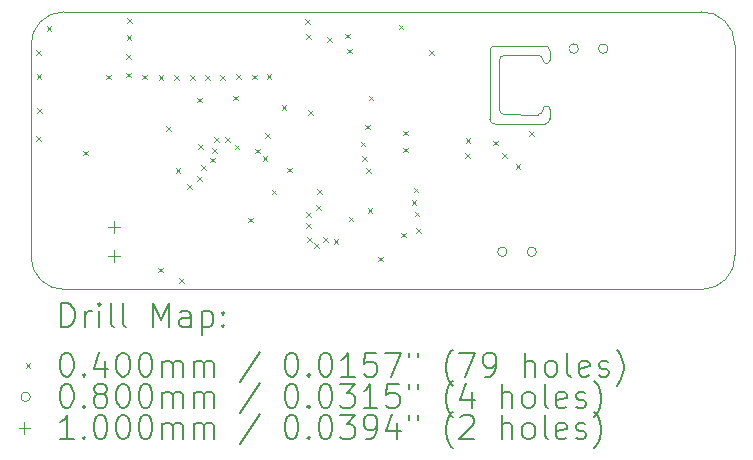
<source format=gbr>
%TF.GenerationSoftware,KiCad,Pcbnew,7.0.7*%
%TF.CreationDate,2023-09-20T12:31:01+02:00*%
%TF.ProjectId,Window_EMP_monitor_59_4x23_5x1.6mm,57696e64-6f77-45f4-954d-505f6d6f6e69,rev?*%
%TF.SameCoordinates,Original*%
%TF.FileFunction,Drillmap*%
%TF.FilePolarity,Positive*%
%FSLAX45Y45*%
G04 Gerber Fmt 4.5, Leading zero omitted, Abs format (unit mm)*
G04 Created by KiCad (PCBNEW 7.0.7) date 2023-09-20 12:31:01*
%MOMM*%
%LPD*%
G01*
G04 APERTURE LIST*
%ADD10C,0.100000*%
%ADD11C,0.200000*%
%ADD12C,0.040000*%
%ADD13C,0.080000*%
G04 APERTURE END LIST*
D10*
X17737897Y-8450667D02*
G75*
G03*
X17696897Y-8493714I-27J-41023D01*
G01*
X14088693Y-8161477D02*
X19482000Y-8161000D01*
X14098621Y-10512315D02*
X19492973Y-10511000D01*
X18204432Y-8490997D02*
X18204476Y-8570997D01*
X13810445Y-10234315D02*
G75*
G03*
X14098621Y-10512315I278185J5D01*
G01*
X17696897Y-8493714D02*
X17695129Y-9070615D01*
X17776396Y-8988655D02*
X17777000Y-8573049D01*
X18203411Y-9066679D02*
X18203872Y-8987654D01*
X17695137Y-9070615D02*
G75*
G03*
X17738177Y-9111614I41043J-6D01*
G01*
X18105445Y-9030703D02*
X17819445Y-9029654D01*
X18204433Y-8490997D02*
G75*
G03*
X18161383Y-8449997I-41033J17D01*
G01*
X18161383Y-8450049D02*
X17737897Y-8450665D01*
X18104000Y-8530049D02*
X17818000Y-8530000D01*
X18147049Y-8570997D02*
G75*
G03*
X18204476Y-8570997I28714J0D01*
G01*
X13810441Y-10234315D02*
X13810693Y-8449657D01*
X17776396Y-8988655D02*
G75*
G03*
X17819445Y-9029654I41034J-16D01*
G01*
X18162411Y-9109729D02*
G75*
G03*
X18203411Y-9066679I-31J41079D01*
G01*
X19770179Y-8439000D02*
G75*
G03*
X19482000Y-8161000I-278189J-10D01*
G01*
X18203872Y-8987654D02*
G75*
G03*
X18146445Y-8987654I-28714J2D01*
G01*
X19770973Y-10222820D02*
X19770180Y-8439000D01*
X19492973Y-10511002D02*
G75*
G03*
X19770972Y-10222820I-3J278182D01*
G01*
X18147052Y-8570997D02*
G75*
G03*
X18104000Y-8529997I-41052J-3D01*
G01*
X18105445Y-9030704D02*
G75*
G03*
X18146445Y-8987654I5J41044D01*
G01*
X14088693Y-8161473D02*
G75*
G03*
X13810694Y-8449657I-23J-278157D01*
G01*
X17738177Y-9111614D02*
X18162411Y-9109727D01*
X17818000Y-8530001D02*
G75*
G03*
X17777000Y-8573049I-10J-41039D01*
G01*
D11*
D12*
X13854000Y-8483000D02*
X13894000Y-8523000D01*
X13894000Y-8483000D02*
X13854000Y-8523000D01*
X13854000Y-9214000D02*
X13894000Y-9254000D01*
X13894000Y-9214000D02*
X13854000Y-9254000D01*
X13858000Y-8688000D02*
X13898000Y-8728000D01*
X13898000Y-8688000D02*
X13858000Y-8728000D01*
X13861000Y-8974000D02*
X13901000Y-9014000D01*
X13901000Y-8974000D02*
X13861000Y-9014000D01*
X13944000Y-8285000D02*
X13984000Y-8325000D01*
X13984000Y-8285000D02*
X13944000Y-8325000D01*
X14251000Y-9337000D02*
X14291000Y-9377000D01*
X14291000Y-9337000D02*
X14251000Y-9377000D01*
X14450000Y-8694000D02*
X14490000Y-8734000D01*
X14490000Y-8694000D02*
X14450000Y-8734000D01*
X14615000Y-8677000D02*
X14655000Y-8717000D01*
X14655000Y-8677000D02*
X14615000Y-8717000D01*
X14618000Y-8518000D02*
X14658000Y-8558000D01*
X14658000Y-8518000D02*
X14618000Y-8558000D01*
X14620000Y-8358000D02*
X14660000Y-8398000D01*
X14660000Y-8358000D02*
X14620000Y-8398000D01*
X14623000Y-8212000D02*
X14663000Y-8252000D01*
X14663000Y-8212000D02*
X14623000Y-8252000D01*
X14750000Y-8694000D02*
X14790000Y-8734000D01*
X14790000Y-8694000D02*
X14750000Y-8734000D01*
X14885000Y-10327000D02*
X14925000Y-10367000D01*
X14925000Y-10327000D02*
X14885000Y-10367000D01*
X14892000Y-8697000D02*
X14932000Y-8737000D01*
X14932000Y-8697000D02*
X14892000Y-8737000D01*
X14958000Y-9128000D02*
X14998000Y-9168000D01*
X14998000Y-9128000D02*
X14958000Y-9168000D01*
X15024000Y-8697000D02*
X15064000Y-8737000D01*
X15064000Y-8697000D02*
X15024000Y-8737000D01*
X15036000Y-9484000D02*
X15076000Y-9524000D01*
X15076000Y-9484000D02*
X15036000Y-9524000D01*
X15065000Y-10416000D02*
X15105000Y-10456000D01*
X15105000Y-10416000D02*
X15065000Y-10456000D01*
X15132000Y-9623000D02*
X15172000Y-9663000D01*
X15172000Y-9623000D02*
X15132000Y-9663000D01*
X15159000Y-8697000D02*
X15199000Y-8737000D01*
X15199000Y-8697000D02*
X15159000Y-8737000D01*
X15215000Y-9552000D02*
X15255000Y-9592000D01*
X15255000Y-9552000D02*
X15215000Y-9592000D01*
X15217582Y-8887875D02*
X15257582Y-8927875D01*
X15257582Y-8887875D02*
X15217582Y-8927875D01*
X15226300Y-9280000D02*
X15266300Y-9320000D01*
X15266300Y-9280000D02*
X15226300Y-9320000D01*
X15254000Y-9458000D02*
X15294000Y-9498000D01*
X15294000Y-9458000D02*
X15254000Y-9498000D01*
X15288000Y-8699000D02*
X15328000Y-8739000D01*
X15328000Y-8699000D02*
X15288000Y-8739000D01*
X15326000Y-9397000D02*
X15366000Y-9437000D01*
X15366000Y-9397000D02*
X15326000Y-9437000D01*
X15346200Y-9315000D02*
X15386200Y-9355000D01*
X15386200Y-9315000D02*
X15346200Y-9355000D01*
X15359000Y-9221000D02*
X15399000Y-9261000D01*
X15399000Y-9221000D02*
X15359000Y-9261000D01*
X15413000Y-8697000D02*
X15453000Y-8737000D01*
X15453000Y-8697000D02*
X15413000Y-8737000D01*
X15452623Y-9219377D02*
X15492623Y-9259377D01*
X15492623Y-9219377D02*
X15452623Y-9259377D01*
X15520700Y-8870000D02*
X15560700Y-8910000D01*
X15560700Y-8870000D02*
X15520700Y-8910000D01*
X15534000Y-9285000D02*
X15574000Y-9325000D01*
X15574000Y-9285000D02*
X15534000Y-9325000D01*
X15547000Y-8690000D02*
X15587000Y-8730000D01*
X15587000Y-8690000D02*
X15547000Y-8730000D01*
X15649000Y-9904000D02*
X15689000Y-9944000D01*
X15689000Y-9904000D02*
X15649000Y-9944000D01*
X15685000Y-8694000D02*
X15725000Y-8734000D01*
X15725000Y-8694000D02*
X15685000Y-8734000D01*
X15707512Y-9319982D02*
X15747512Y-9359982D01*
X15747512Y-9319982D02*
X15707512Y-9359982D01*
X15771700Y-9385000D02*
X15811700Y-9425000D01*
X15811700Y-9385000D02*
X15771700Y-9425000D01*
X15793000Y-9188000D02*
X15833000Y-9228000D01*
X15833000Y-9188000D02*
X15793000Y-9228000D01*
X15807000Y-8690000D02*
X15847000Y-8730000D01*
X15847000Y-8690000D02*
X15807000Y-8730000D01*
X15849000Y-9667000D02*
X15889000Y-9707000D01*
X15889000Y-9667000D02*
X15849000Y-9707000D01*
X15932000Y-8952000D02*
X15972000Y-8992000D01*
X15972000Y-8952000D02*
X15932000Y-8992000D01*
X15981035Y-9481000D02*
X16021035Y-9521000D01*
X16021035Y-9481000D02*
X15981035Y-9521000D01*
X16135000Y-8222000D02*
X16175000Y-8262000D01*
X16175000Y-8222000D02*
X16135000Y-8262000D01*
X16138000Y-8350000D02*
X16178000Y-8390000D01*
X16178000Y-8350000D02*
X16138000Y-8390000D01*
X16139000Y-9948000D02*
X16179000Y-9988000D01*
X16179000Y-9948000D02*
X16139000Y-9988000D01*
X16143123Y-9855123D02*
X16183123Y-9895123D01*
X16183123Y-9855123D02*
X16143123Y-9895123D01*
X16146000Y-10071000D02*
X16186000Y-10111000D01*
X16186000Y-10071000D02*
X16146000Y-10111000D01*
X16160250Y-8996000D02*
X16200250Y-9036000D01*
X16200250Y-8996000D02*
X16160250Y-9036000D01*
X16208000Y-10122000D02*
X16248000Y-10162000D01*
X16248000Y-10122000D02*
X16208000Y-10162000D01*
X16224000Y-9796000D02*
X16264000Y-9836000D01*
X16264000Y-9796000D02*
X16224000Y-9836000D01*
X16235153Y-9663153D02*
X16275153Y-9703153D01*
X16275153Y-9663153D02*
X16235153Y-9703153D01*
X16285000Y-10070000D02*
X16325000Y-10110000D01*
X16325000Y-10070000D02*
X16285000Y-10110000D01*
X16319000Y-8375000D02*
X16359000Y-8415000D01*
X16359000Y-8375000D02*
X16319000Y-8415000D01*
X16373000Y-10088000D02*
X16413000Y-10128000D01*
X16413000Y-10088000D02*
X16373000Y-10128000D01*
X16469000Y-8346000D02*
X16509000Y-8386000D01*
X16509000Y-8346000D02*
X16469000Y-8386000D01*
X16488000Y-8474000D02*
X16528000Y-8514000D01*
X16528000Y-8474000D02*
X16488000Y-8514000D01*
X16501000Y-9896000D02*
X16541000Y-9936000D01*
X16541000Y-9896000D02*
X16501000Y-9936000D01*
X16603000Y-9260000D02*
X16643000Y-9300000D01*
X16643000Y-9260000D02*
X16603000Y-9300000D01*
X16613000Y-9383000D02*
X16653000Y-9423000D01*
X16653000Y-9383000D02*
X16613000Y-9423000D01*
X16637000Y-9116000D02*
X16677000Y-9156000D01*
X16677000Y-9116000D02*
X16637000Y-9156000D01*
X16650000Y-9486000D02*
X16690000Y-9526000D01*
X16690000Y-9486000D02*
X16650000Y-9526000D01*
X16660000Y-9823000D02*
X16700000Y-9863000D01*
X16700000Y-9823000D02*
X16660000Y-9863000D01*
X16669000Y-8870000D02*
X16709000Y-8910000D01*
X16709000Y-8870000D02*
X16669000Y-8910000D01*
X16750000Y-10233000D02*
X16790000Y-10273000D01*
X16790000Y-10233000D02*
X16750000Y-10273000D01*
X16923000Y-8270000D02*
X16963000Y-8310000D01*
X16963000Y-8270000D02*
X16923000Y-8310000D01*
X16944000Y-10031000D02*
X16984000Y-10071000D01*
X16984000Y-10031000D02*
X16944000Y-10071000D01*
X16962000Y-9311000D02*
X17002000Y-9351000D01*
X17002000Y-9311000D02*
X16962000Y-9351000D01*
X16963000Y-9167000D02*
X17003000Y-9207000D01*
X17003000Y-9167000D02*
X16963000Y-9207000D01*
X17033000Y-9754000D02*
X17073000Y-9794000D01*
X17073000Y-9754000D02*
X17033000Y-9794000D01*
X17051000Y-9649000D02*
X17091000Y-9689000D01*
X17091000Y-9649000D02*
X17051000Y-9689000D01*
X17058000Y-9853550D02*
X17098000Y-9893550D01*
X17098000Y-9853550D02*
X17058000Y-9893550D01*
X17073000Y-9991000D02*
X17113000Y-10031000D01*
X17113000Y-9991000D02*
X17073000Y-10031000D01*
X17180000Y-8483000D02*
X17220000Y-8523000D01*
X17220000Y-8483000D02*
X17180000Y-8523000D01*
X17488000Y-9357000D02*
X17528000Y-9397000D01*
X17528000Y-9357000D02*
X17488000Y-9397000D01*
X17492000Y-9228000D02*
X17532000Y-9268000D01*
X17532000Y-9228000D02*
X17492000Y-9268000D01*
X17721000Y-9252000D02*
X17761000Y-9292000D01*
X17761000Y-9252000D02*
X17721000Y-9292000D01*
X17801000Y-9359000D02*
X17841000Y-9399000D01*
X17841000Y-9359000D02*
X17801000Y-9399000D01*
X17915000Y-9449000D02*
X17955000Y-9489000D01*
X17955000Y-9449000D02*
X17915000Y-9489000D01*
X18027000Y-9172000D02*
X18067000Y-9212000D01*
X18067000Y-9172000D02*
X18027000Y-9212000D01*
D13*
X17841000Y-10193000D02*
G75*
G03*
X17841000Y-10193000I-40000J0D01*
G01*
X18091000Y-10193000D02*
G75*
G03*
X18091000Y-10193000I-40000J0D01*
G01*
X18445579Y-8473000D02*
G75*
G03*
X18445579Y-8473000I-40000J0D01*
G01*
X18695579Y-8473000D02*
G75*
G03*
X18695579Y-8473000I-40000J0D01*
G01*
D10*
X14512250Y-9931000D02*
X14512250Y-10031000D01*
X14462250Y-9981000D02*
X14562250Y-9981000D01*
X14512250Y-10181000D02*
X14512250Y-10281000D01*
X14462250Y-10231000D02*
X14562250Y-10231000D01*
D11*
X14066218Y-10828978D02*
X14066218Y-10628978D01*
X14066218Y-10628978D02*
X14113837Y-10628978D01*
X14113837Y-10628978D02*
X14142409Y-10638502D01*
X14142409Y-10638502D02*
X14161456Y-10657550D01*
X14161456Y-10657550D02*
X14170980Y-10676597D01*
X14170980Y-10676597D02*
X14180504Y-10714693D01*
X14180504Y-10714693D02*
X14180504Y-10743264D01*
X14180504Y-10743264D02*
X14170980Y-10781359D01*
X14170980Y-10781359D02*
X14161456Y-10800407D01*
X14161456Y-10800407D02*
X14142409Y-10819455D01*
X14142409Y-10819455D02*
X14113837Y-10828978D01*
X14113837Y-10828978D02*
X14066218Y-10828978D01*
X14266218Y-10828978D02*
X14266218Y-10695645D01*
X14266218Y-10733740D02*
X14275742Y-10714693D01*
X14275742Y-10714693D02*
X14285266Y-10705169D01*
X14285266Y-10705169D02*
X14304313Y-10695645D01*
X14304313Y-10695645D02*
X14323361Y-10695645D01*
X14390028Y-10828978D02*
X14390028Y-10695645D01*
X14390028Y-10628978D02*
X14380504Y-10638502D01*
X14380504Y-10638502D02*
X14390028Y-10648026D01*
X14390028Y-10648026D02*
X14399552Y-10638502D01*
X14399552Y-10638502D02*
X14390028Y-10628978D01*
X14390028Y-10628978D02*
X14390028Y-10648026D01*
X14513837Y-10828978D02*
X14494790Y-10819455D01*
X14494790Y-10819455D02*
X14485266Y-10800407D01*
X14485266Y-10800407D02*
X14485266Y-10628978D01*
X14618599Y-10828978D02*
X14599552Y-10819455D01*
X14599552Y-10819455D02*
X14590028Y-10800407D01*
X14590028Y-10800407D02*
X14590028Y-10628978D01*
X14847171Y-10828978D02*
X14847171Y-10628978D01*
X14847171Y-10628978D02*
X14913837Y-10771836D01*
X14913837Y-10771836D02*
X14980504Y-10628978D01*
X14980504Y-10628978D02*
X14980504Y-10828978D01*
X15161456Y-10828978D02*
X15161456Y-10724217D01*
X15161456Y-10724217D02*
X15151933Y-10705169D01*
X15151933Y-10705169D02*
X15132885Y-10695645D01*
X15132885Y-10695645D02*
X15094790Y-10695645D01*
X15094790Y-10695645D02*
X15075742Y-10705169D01*
X15161456Y-10819455D02*
X15142409Y-10828978D01*
X15142409Y-10828978D02*
X15094790Y-10828978D01*
X15094790Y-10828978D02*
X15075742Y-10819455D01*
X15075742Y-10819455D02*
X15066218Y-10800407D01*
X15066218Y-10800407D02*
X15066218Y-10781359D01*
X15066218Y-10781359D02*
X15075742Y-10762312D01*
X15075742Y-10762312D02*
X15094790Y-10752788D01*
X15094790Y-10752788D02*
X15142409Y-10752788D01*
X15142409Y-10752788D02*
X15161456Y-10743264D01*
X15256694Y-10695645D02*
X15256694Y-10895645D01*
X15256694Y-10705169D02*
X15275742Y-10695645D01*
X15275742Y-10695645D02*
X15313837Y-10695645D01*
X15313837Y-10695645D02*
X15332885Y-10705169D01*
X15332885Y-10705169D02*
X15342409Y-10714693D01*
X15342409Y-10714693D02*
X15351933Y-10733740D01*
X15351933Y-10733740D02*
X15351933Y-10790883D01*
X15351933Y-10790883D02*
X15342409Y-10809931D01*
X15342409Y-10809931D02*
X15332885Y-10819455D01*
X15332885Y-10819455D02*
X15313837Y-10828978D01*
X15313837Y-10828978D02*
X15275742Y-10828978D01*
X15275742Y-10828978D02*
X15256694Y-10819455D01*
X15437647Y-10809931D02*
X15447171Y-10819455D01*
X15447171Y-10819455D02*
X15437647Y-10828978D01*
X15437647Y-10828978D02*
X15428123Y-10819455D01*
X15428123Y-10819455D02*
X15437647Y-10809931D01*
X15437647Y-10809931D02*
X15437647Y-10828978D01*
X15437647Y-10705169D02*
X15447171Y-10714693D01*
X15447171Y-10714693D02*
X15437647Y-10724217D01*
X15437647Y-10724217D02*
X15428123Y-10714693D01*
X15428123Y-10714693D02*
X15437647Y-10705169D01*
X15437647Y-10705169D02*
X15437647Y-10724217D01*
D12*
X13765441Y-11137495D02*
X13805441Y-11177495D01*
X13805441Y-11137495D02*
X13765441Y-11177495D01*
D11*
X14104313Y-11048978D02*
X14123361Y-11048978D01*
X14123361Y-11048978D02*
X14142409Y-11058502D01*
X14142409Y-11058502D02*
X14151933Y-11068026D01*
X14151933Y-11068026D02*
X14161456Y-11087074D01*
X14161456Y-11087074D02*
X14170980Y-11125169D01*
X14170980Y-11125169D02*
X14170980Y-11172788D01*
X14170980Y-11172788D02*
X14161456Y-11210883D01*
X14161456Y-11210883D02*
X14151933Y-11229931D01*
X14151933Y-11229931D02*
X14142409Y-11239455D01*
X14142409Y-11239455D02*
X14123361Y-11248978D01*
X14123361Y-11248978D02*
X14104313Y-11248978D01*
X14104313Y-11248978D02*
X14085266Y-11239455D01*
X14085266Y-11239455D02*
X14075742Y-11229931D01*
X14075742Y-11229931D02*
X14066218Y-11210883D01*
X14066218Y-11210883D02*
X14056694Y-11172788D01*
X14056694Y-11172788D02*
X14056694Y-11125169D01*
X14056694Y-11125169D02*
X14066218Y-11087074D01*
X14066218Y-11087074D02*
X14075742Y-11068026D01*
X14075742Y-11068026D02*
X14085266Y-11058502D01*
X14085266Y-11058502D02*
X14104313Y-11048978D01*
X14256694Y-11229931D02*
X14266218Y-11239455D01*
X14266218Y-11239455D02*
X14256694Y-11248978D01*
X14256694Y-11248978D02*
X14247171Y-11239455D01*
X14247171Y-11239455D02*
X14256694Y-11229931D01*
X14256694Y-11229931D02*
X14256694Y-11248978D01*
X14437647Y-11115645D02*
X14437647Y-11248978D01*
X14390028Y-11039455D02*
X14342409Y-11182312D01*
X14342409Y-11182312D02*
X14466218Y-11182312D01*
X14580504Y-11048978D02*
X14599552Y-11048978D01*
X14599552Y-11048978D02*
X14618599Y-11058502D01*
X14618599Y-11058502D02*
X14628123Y-11068026D01*
X14628123Y-11068026D02*
X14637647Y-11087074D01*
X14637647Y-11087074D02*
X14647171Y-11125169D01*
X14647171Y-11125169D02*
X14647171Y-11172788D01*
X14647171Y-11172788D02*
X14637647Y-11210883D01*
X14637647Y-11210883D02*
X14628123Y-11229931D01*
X14628123Y-11229931D02*
X14618599Y-11239455D01*
X14618599Y-11239455D02*
X14599552Y-11248978D01*
X14599552Y-11248978D02*
X14580504Y-11248978D01*
X14580504Y-11248978D02*
X14561456Y-11239455D01*
X14561456Y-11239455D02*
X14551933Y-11229931D01*
X14551933Y-11229931D02*
X14542409Y-11210883D01*
X14542409Y-11210883D02*
X14532885Y-11172788D01*
X14532885Y-11172788D02*
X14532885Y-11125169D01*
X14532885Y-11125169D02*
X14542409Y-11087074D01*
X14542409Y-11087074D02*
X14551933Y-11068026D01*
X14551933Y-11068026D02*
X14561456Y-11058502D01*
X14561456Y-11058502D02*
X14580504Y-11048978D01*
X14770980Y-11048978D02*
X14790028Y-11048978D01*
X14790028Y-11048978D02*
X14809075Y-11058502D01*
X14809075Y-11058502D02*
X14818599Y-11068026D01*
X14818599Y-11068026D02*
X14828123Y-11087074D01*
X14828123Y-11087074D02*
X14837647Y-11125169D01*
X14837647Y-11125169D02*
X14837647Y-11172788D01*
X14837647Y-11172788D02*
X14828123Y-11210883D01*
X14828123Y-11210883D02*
X14818599Y-11229931D01*
X14818599Y-11229931D02*
X14809075Y-11239455D01*
X14809075Y-11239455D02*
X14790028Y-11248978D01*
X14790028Y-11248978D02*
X14770980Y-11248978D01*
X14770980Y-11248978D02*
X14751933Y-11239455D01*
X14751933Y-11239455D02*
X14742409Y-11229931D01*
X14742409Y-11229931D02*
X14732885Y-11210883D01*
X14732885Y-11210883D02*
X14723361Y-11172788D01*
X14723361Y-11172788D02*
X14723361Y-11125169D01*
X14723361Y-11125169D02*
X14732885Y-11087074D01*
X14732885Y-11087074D02*
X14742409Y-11068026D01*
X14742409Y-11068026D02*
X14751933Y-11058502D01*
X14751933Y-11058502D02*
X14770980Y-11048978D01*
X14923361Y-11248978D02*
X14923361Y-11115645D01*
X14923361Y-11134693D02*
X14932885Y-11125169D01*
X14932885Y-11125169D02*
X14951933Y-11115645D01*
X14951933Y-11115645D02*
X14980504Y-11115645D01*
X14980504Y-11115645D02*
X14999552Y-11125169D01*
X14999552Y-11125169D02*
X15009075Y-11144217D01*
X15009075Y-11144217D02*
X15009075Y-11248978D01*
X15009075Y-11144217D02*
X15018599Y-11125169D01*
X15018599Y-11125169D02*
X15037647Y-11115645D01*
X15037647Y-11115645D02*
X15066218Y-11115645D01*
X15066218Y-11115645D02*
X15085266Y-11125169D01*
X15085266Y-11125169D02*
X15094790Y-11144217D01*
X15094790Y-11144217D02*
X15094790Y-11248978D01*
X15190028Y-11248978D02*
X15190028Y-11115645D01*
X15190028Y-11134693D02*
X15199552Y-11125169D01*
X15199552Y-11125169D02*
X15218599Y-11115645D01*
X15218599Y-11115645D02*
X15247171Y-11115645D01*
X15247171Y-11115645D02*
X15266218Y-11125169D01*
X15266218Y-11125169D02*
X15275742Y-11144217D01*
X15275742Y-11144217D02*
X15275742Y-11248978D01*
X15275742Y-11144217D02*
X15285266Y-11125169D01*
X15285266Y-11125169D02*
X15304314Y-11115645D01*
X15304314Y-11115645D02*
X15332885Y-11115645D01*
X15332885Y-11115645D02*
X15351933Y-11125169D01*
X15351933Y-11125169D02*
X15361456Y-11144217D01*
X15361456Y-11144217D02*
X15361456Y-11248978D01*
X15751933Y-11039455D02*
X15580504Y-11296597D01*
X16009076Y-11048978D02*
X16028123Y-11048978D01*
X16028123Y-11048978D02*
X16047171Y-11058502D01*
X16047171Y-11058502D02*
X16056695Y-11068026D01*
X16056695Y-11068026D02*
X16066218Y-11087074D01*
X16066218Y-11087074D02*
X16075742Y-11125169D01*
X16075742Y-11125169D02*
X16075742Y-11172788D01*
X16075742Y-11172788D02*
X16066218Y-11210883D01*
X16066218Y-11210883D02*
X16056695Y-11229931D01*
X16056695Y-11229931D02*
X16047171Y-11239455D01*
X16047171Y-11239455D02*
X16028123Y-11248978D01*
X16028123Y-11248978D02*
X16009076Y-11248978D01*
X16009076Y-11248978D02*
X15990028Y-11239455D01*
X15990028Y-11239455D02*
X15980504Y-11229931D01*
X15980504Y-11229931D02*
X15970980Y-11210883D01*
X15970980Y-11210883D02*
X15961457Y-11172788D01*
X15961457Y-11172788D02*
X15961457Y-11125169D01*
X15961457Y-11125169D02*
X15970980Y-11087074D01*
X15970980Y-11087074D02*
X15980504Y-11068026D01*
X15980504Y-11068026D02*
X15990028Y-11058502D01*
X15990028Y-11058502D02*
X16009076Y-11048978D01*
X16161457Y-11229931D02*
X16170980Y-11239455D01*
X16170980Y-11239455D02*
X16161457Y-11248978D01*
X16161457Y-11248978D02*
X16151933Y-11239455D01*
X16151933Y-11239455D02*
X16161457Y-11229931D01*
X16161457Y-11229931D02*
X16161457Y-11248978D01*
X16294790Y-11048978D02*
X16313838Y-11048978D01*
X16313838Y-11048978D02*
X16332885Y-11058502D01*
X16332885Y-11058502D02*
X16342409Y-11068026D01*
X16342409Y-11068026D02*
X16351933Y-11087074D01*
X16351933Y-11087074D02*
X16361457Y-11125169D01*
X16361457Y-11125169D02*
X16361457Y-11172788D01*
X16361457Y-11172788D02*
X16351933Y-11210883D01*
X16351933Y-11210883D02*
X16342409Y-11229931D01*
X16342409Y-11229931D02*
X16332885Y-11239455D01*
X16332885Y-11239455D02*
X16313838Y-11248978D01*
X16313838Y-11248978D02*
X16294790Y-11248978D01*
X16294790Y-11248978D02*
X16275742Y-11239455D01*
X16275742Y-11239455D02*
X16266218Y-11229931D01*
X16266218Y-11229931D02*
X16256695Y-11210883D01*
X16256695Y-11210883D02*
X16247171Y-11172788D01*
X16247171Y-11172788D02*
X16247171Y-11125169D01*
X16247171Y-11125169D02*
X16256695Y-11087074D01*
X16256695Y-11087074D02*
X16266218Y-11068026D01*
X16266218Y-11068026D02*
X16275742Y-11058502D01*
X16275742Y-11058502D02*
X16294790Y-11048978D01*
X16551933Y-11248978D02*
X16437647Y-11248978D01*
X16494790Y-11248978D02*
X16494790Y-11048978D01*
X16494790Y-11048978D02*
X16475742Y-11077550D01*
X16475742Y-11077550D02*
X16456695Y-11096597D01*
X16456695Y-11096597D02*
X16437647Y-11106121D01*
X16732885Y-11048978D02*
X16637647Y-11048978D01*
X16637647Y-11048978D02*
X16628123Y-11144217D01*
X16628123Y-11144217D02*
X16637647Y-11134693D01*
X16637647Y-11134693D02*
X16656695Y-11125169D01*
X16656695Y-11125169D02*
X16704314Y-11125169D01*
X16704314Y-11125169D02*
X16723361Y-11134693D01*
X16723361Y-11134693D02*
X16732885Y-11144217D01*
X16732885Y-11144217D02*
X16742409Y-11163264D01*
X16742409Y-11163264D02*
X16742409Y-11210883D01*
X16742409Y-11210883D02*
X16732885Y-11229931D01*
X16732885Y-11229931D02*
X16723361Y-11239455D01*
X16723361Y-11239455D02*
X16704314Y-11248978D01*
X16704314Y-11248978D02*
X16656695Y-11248978D01*
X16656695Y-11248978D02*
X16637647Y-11239455D01*
X16637647Y-11239455D02*
X16628123Y-11229931D01*
X16809076Y-11048978D02*
X16942409Y-11048978D01*
X16942409Y-11048978D02*
X16856695Y-11248978D01*
X17009076Y-11048978D02*
X17009076Y-11087074D01*
X17085266Y-11048978D02*
X17085266Y-11087074D01*
X17380504Y-11325169D02*
X17370981Y-11315645D01*
X17370981Y-11315645D02*
X17351933Y-11287074D01*
X17351933Y-11287074D02*
X17342409Y-11268026D01*
X17342409Y-11268026D02*
X17332885Y-11239455D01*
X17332885Y-11239455D02*
X17323362Y-11191835D01*
X17323362Y-11191835D02*
X17323362Y-11153740D01*
X17323362Y-11153740D02*
X17332885Y-11106121D01*
X17332885Y-11106121D02*
X17342409Y-11077550D01*
X17342409Y-11077550D02*
X17351933Y-11058502D01*
X17351933Y-11058502D02*
X17370981Y-11029931D01*
X17370981Y-11029931D02*
X17380504Y-11020407D01*
X17437647Y-11048978D02*
X17570981Y-11048978D01*
X17570981Y-11048978D02*
X17485266Y-11248978D01*
X17656695Y-11248978D02*
X17694790Y-11248978D01*
X17694790Y-11248978D02*
X17713838Y-11239455D01*
X17713838Y-11239455D02*
X17723362Y-11229931D01*
X17723362Y-11229931D02*
X17742409Y-11201359D01*
X17742409Y-11201359D02*
X17751933Y-11163264D01*
X17751933Y-11163264D02*
X17751933Y-11087074D01*
X17751933Y-11087074D02*
X17742409Y-11068026D01*
X17742409Y-11068026D02*
X17732885Y-11058502D01*
X17732885Y-11058502D02*
X17713838Y-11048978D01*
X17713838Y-11048978D02*
X17675742Y-11048978D01*
X17675742Y-11048978D02*
X17656695Y-11058502D01*
X17656695Y-11058502D02*
X17647171Y-11068026D01*
X17647171Y-11068026D02*
X17637647Y-11087074D01*
X17637647Y-11087074D02*
X17637647Y-11134693D01*
X17637647Y-11134693D02*
X17647171Y-11153740D01*
X17647171Y-11153740D02*
X17656695Y-11163264D01*
X17656695Y-11163264D02*
X17675742Y-11172788D01*
X17675742Y-11172788D02*
X17713838Y-11172788D01*
X17713838Y-11172788D02*
X17732885Y-11163264D01*
X17732885Y-11163264D02*
X17742409Y-11153740D01*
X17742409Y-11153740D02*
X17751933Y-11134693D01*
X17990028Y-11248978D02*
X17990028Y-11048978D01*
X18075743Y-11248978D02*
X18075743Y-11144217D01*
X18075743Y-11144217D02*
X18066219Y-11125169D01*
X18066219Y-11125169D02*
X18047171Y-11115645D01*
X18047171Y-11115645D02*
X18018600Y-11115645D01*
X18018600Y-11115645D02*
X17999552Y-11125169D01*
X17999552Y-11125169D02*
X17990028Y-11134693D01*
X18199552Y-11248978D02*
X18180504Y-11239455D01*
X18180504Y-11239455D02*
X18170981Y-11229931D01*
X18170981Y-11229931D02*
X18161457Y-11210883D01*
X18161457Y-11210883D02*
X18161457Y-11153740D01*
X18161457Y-11153740D02*
X18170981Y-11134693D01*
X18170981Y-11134693D02*
X18180504Y-11125169D01*
X18180504Y-11125169D02*
X18199552Y-11115645D01*
X18199552Y-11115645D02*
X18228124Y-11115645D01*
X18228124Y-11115645D02*
X18247171Y-11125169D01*
X18247171Y-11125169D02*
X18256695Y-11134693D01*
X18256695Y-11134693D02*
X18266219Y-11153740D01*
X18266219Y-11153740D02*
X18266219Y-11210883D01*
X18266219Y-11210883D02*
X18256695Y-11229931D01*
X18256695Y-11229931D02*
X18247171Y-11239455D01*
X18247171Y-11239455D02*
X18228124Y-11248978D01*
X18228124Y-11248978D02*
X18199552Y-11248978D01*
X18380504Y-11248978D02*
X18361457Y-11239455D01*
X18361457Y-11239455D02*
X18351933Y-11220407D01*
X18351933Y-11220407D02*
X18351933Y-11048978D01*
X18532885Y-11239455D02*
X18513838Y-11248978D01*
X18513838Y-11248978D02*
X18475743Y-11248978D01*
X18475743Y-11248978D02*
X18456695Y-11239455D01*
X18456695Y-11239455D02*
X18447171Y-11220407D01*
X18447171Y-11220407D02*
X18447171Y-11144217D01*
X18447171Y-11144217D02*
X18456695Y-11125169D01*
X18456695Y-11125169D02*
X18475743Y-11115645D01*
X18475743Y-11115645D02*
X18513838Y-11115645D01*
X18513838Y-11115645D02*
X18532885Y-11125169D01*
X18532885Y-11125169D02*
X18542409Y-11144217D01*
X18542409Y-11144217D02*
X18542409Y-11163264D01*
X18542409Y-11163264D02*
X18447171Y-11182312D01*
X18618600Y-11239455D02*
X18637647Y-11248978D01*
X18637647Y-11248978D02*
X18675743Y-11248978D01*
X18675743Y-11248978D02*
X18694790Y-11239455D01*
X18694790Y-11239455D02*
X18704314Y-11220407D01*
X18704314Y-11220407D02*
X18704314Y-11210883D01*
X18704314Y-11210883D02*
X18694790Y-11191835D01*
X18694790Y-11191835D02*
X18675743Y-11182312D01*
X18675743Y-11182312D02*
X18647171Y-11182312D01*
X18647171Y-11182312D02*
X18628124Y-11172788D01*
X18628124Y-11172788D02*
X18618600Y-11153740D01*
X18618600Y-11153740D02*
X18618600Y-11144217D01*
X18618600Y-11144217D02*
X18628124Y-11125169D01*
X18628124Y-11125169D02*
X18647171Y-11115645D01*
X18647171Y-11115645D02*
X18675743Y-11115645D01*
X18675743Y-11115645D02*
X18694790Y-11125169D01*
X18770981Y-11325169D02*
X18780505Y-11315645D01*
X18780505Y-11315645D02*
X18799552Y-11287074D01*
X18799552Y-11287074D02*
X18809076Y-11268026D01*
X18809076Y-11268026D02*
X18818600Y-11239455D01*
X18818600Y-11239455D02*
X18828124Y-11191835D01*
X18828124Y-11191835D02*
X18828124Y-11153740D01*
X18828124Y-11153740D02*
X18818600Y-11106121D01*
X18818600Y-11106121D02*
X18809076Y-11077550D01*
X18809076Y-11077550D02*
X18799552Y-11058502D01*
X18799552Y-11058502D02*
X18780505Y-11029931D01*
X18780505Y-11029931D02*
X18770981Y-11020407D01*
D13*
X13805441Y-11421495D02*
G75*
G03*
X13805441Y-11421495I-40000J0D01*
G01*
D11*
X14104313Y-11312978D02*
X14123361Y-11312978D01*
X14123361Y-11312978D02*
X14142409Y-11322502D01*
X14142409Y-11322502D02*
X14151933Y-11332026D01*
X14151933Y-11332026D02*
X14161456Y-11351074D01*
X14161456Y-11351074D02*
X14170980Y-11389169D01*
X14170980Y-11389169D02*
X14170980Y-11436788D01*
X14170980Y-11436788D02*
X14161456Y-11474883D01*
X14161456Y-11474883D02*
X14151933Y-11493931D01*
X14151933Y-11493931D02*
X14142409Y-11503455D01*
X14142409Y-11503455D02*
X14123361Y-11512978D01*
X14123361Y-11512978D02*
X14104313Y-11512978D01*
X14104313Y-11512978D02*
X14085266Y-11503455D01*
X14085266Y-11503455D02*
X14075742Y-11493931D01*
X14075742Y-11493931D02*
X14066218Y-11474883D01*
X14066218Y-11474883D02*
X14056694Y-11436788D01*
X14056694Y-11436788D02*
X14056694Y-11389169D01*
X14056694Y-11389169D02*
X14066218Y-11351074D01*
X14066218Y-11351074D02*
X14075742Y-11332026D01*
X14075742Y-11332026D02*
X14085266Y-11322502D01*
X14085266Y-11322502D02*
X14104313Y-11312978D01*
X14256694Y-11493931D02*
X14266218Y-11503455D01*
X14266218Y-11503455D02*
X14256694Y-11512978D01*
X14256694Y-11512978D02*
X14247171Y-11503455D01*
X14247171Y-11503455D02*
X14256694Y-11493931D01*
X14256694Y-11493931D02*
X14256694Y-11512978D01*
X14380504Y-11398693D02*
X14361456Y-11389169D01*
X14361456Y-11389169D02*
X14351933Y-11379645D01*
X14351933Y-11379645D02*
X14342409Y-11360597D01*
X14342409Y-11360597D02*
X14342409Y-11351074D01*
X14342409Y-11351074D02*
X14351933Y-11332026D01*
X14351933Y-11332026D02*
X14361456Y-11322502D01*
X14361456Y-11322502D02*
X14380504Y-11312978D01*
X14380504Y-11312978D02*
X14418599Y-11312978D01*
X14418599Y-11312978D02*
X14437647Y-11322502D01*
X14437647Y-11322502D02*
X14447171Y-11332026D01*
X14447171Y-11332026D02*
X14456694Y-11351074D01*
X14456694Y-11351074D02*
X14456694Y-11360597D01*
X14456694Y-11360597D02*
X14447171Y-11379645D01*
X14447171Y-11379645D02*
X14437647Y-11389169D01*
X14437647Y-11389169D02*
X14418599Y-11398693D01*
X14418599Y-11398693D02*
X14380504Y-11398693D01*
X14380504Y-11398693D02*
X14361456Y-11408216D01*
X14361456Y-11408216D02*
X14351933Y-11417740D01*
X14351933Y-11417740D02*
X14342409Y-11436788D01*
X14342409Y-11436788D02*
X14342409Y-11474883D01*
X14342409Y-11474883D02*
X14351933Y-11493931D01*
X14351933Y-11493931D02*
X14361456Y-11503455D01*
X14361456Y-11503455D02*
X14380504Y-11512978D01*
X14380504Y-11512978D02*
X14418599Y-11512978D01*
X14418599Y-11512978D02*
X14437647Y-11503455D01*
X14437647Y-11503455D02*
X14447171Y-11493931D01*
X14447171Y-11493931D02*
X14456694Y-11474883D01*
X14456694Y-11474883D02*
X14456694Y-11436788D01*
X14456694Y-11436788D02*
X14447171Y-11417740D01*
X14447171Y-11417740D02*
X14437647Y-11408216D01*
X14437647Y-11408216D02*
X14418599Y-11398693D01*
X14580504Y-11312978D02*
X14599552Y-11312978D01*
X14599552Y-11312978D02*
X14618599Y-11322502D01*
X14618599Y-11322502D02*
X14628123Y-11332026D01*
X14628123Y-11332026D02*
X14637647Y-11351074D01*
X14637647Y-11351074D02*
X14647171Y-11389169D01*
X14647171Y-11389169D02*
X14647171Y-11436788D01*
X14647171Y-11436788D02*
X14637647Y-11474883D01*
X14637647Y-11474883D02*
X14628123Y-11493931D01*
X14628123Y-11493931D02*
X14618599Y-11503455D01*
X14618599Y-11503455D02*
X14599552Y-11512978D01*
X14599552Y-11512978D02*
X14580504Y-11512978D01*
X14580504Y-11512978D02*
X14561456Y-11503455D01*
X14561456Y-11503455D02*
X14551933Y-11493931D01*
X14551933Y-11493931D02*
X14542409Y-11474883D01*
X14542409Y-11474883D02*
X14532885Y-11436788D01*
X14532885Y-11436788D02*
X14532885Y-11389169D01*
X14532885Y-11389169D02*
X14542409Y-11351074D01*
X14542409Y-11351074D02*
X14551933Y-11332026D01*
X14551933Y-11332026D02*
X14561456Y-11322502D01*
X14561456Y-11322502D02*
X14580504Y-11312978D01*
X14770980Y-11312978D02*
X14790028Y-11312978D01*
X14790028Y-11312978D02*
X14809075Y-11322502D01*
X14809075Y-11322502D02*
X14818599Y-11332026D01*
X14818599Y-11332026D02*
X14828123Y-11351074D01*
X14828123Y-11351074D02*
X14837647Y-11389169D01*
X14837647Y-11389169D02*
X14837647Y-11436788D01*
X14837647Y-11436788D02*
X14828123Y-11474883D01*
X14828123Y-11474883D02*
X14818599Y-11493931D01*
X14818599Y-11493931D02*
X14809075Y-11503455D01*
X14809075Y-11503455D02*
X14790028Y-11512978D01*
X14790028Y-11512978D02*
X14770980Y-11512978D01*
X14770980Y-11512978D02*
X14751933Y-11503455D01*
X14751933Y-11503455D02*
X14742409Y-11493931D01*
X14742409Y-11493931D02*
X14732885Y-11474883D01*
X14732885Y-11474883D02*
X14723361Y-11436788D01*
X14723361Y-11436788D02*
X14723361Y-11389169D01*
X14723361Y-11389169D02*
X14732885Y-11351074D01*
X14732885Y-11351074D02*
X14742409Y-11332026D01*
X14742409Y-11332026D02*
X14751933Y-11322502D01*
X14751933Y-11322502D02*
X14770980Y-11312978D01*
X14923361Y-11512978D02*
X14923361Y-11379645D01*
X14923361Y-11398693D02*
X14932885Y-11389169D01*
X14932885Y-11389169D02*
X14951933Y-11379645D01*
X14951933Y-11379645D02*
X14980504Y-11379645D01*
X14980504Y-11379645D02*
X14999552Y-11389169D01*
X14999552Y-11389169D02*
X15009075Y-11408216D01*
X15009075Y-11408216D02*
X15009075Y-11512978D01*
X15009075Y-11408216D02*
X15018599Y-11389169D01*
X15018599Y-11389169D02*
X15037647Y-11379645D01*
X15037647Y-11379645D02*
X15066218Y-11379645D01*
X15066218Y-11379645D02*
X15085266Y-11389169D01*
X15085266Y-11389169D02*
X15094790Y-11408216D01*
X15094790Y-11408216D02*
X15094790Y-11512978D01*
X15190028Y-11512978D02*
X15190028Y-11379645D01*
X15190028Y-11398693D02*
X15199552Y-11389169D01*
X15199552Y-11389169D02*
X15218599Y-11379645D01*
X15218599Y-11379645D02*
X15247171Y-11379645D01*
X15247171Y-11379645D02*
X15266218Y-11389169D01*
X15266218Y-11389169D02*
X15275742Y-11408216D01*
X15275742Y-11408216D02*
X15275742Y-11512978D01*
X15275742Y-11408216D02*
X15285266Y-11389169D01*
X15285266Y-11389169D02*
X15304314Y-11379645D01*
X15304314Y-11379645D02*
X15332885Y-11379645D01*
X15332885Y-11379645D02*
X15351933Y-11389169D01*
X15351933Y-11389169D02*
X15361456Y-11408216D01*
X15361456Y-11408216D02*
X15361456Y-11512978D01*
X15751933Y-11303455D02*
X15580504Y-11560597D01*
X16009076Y-11312978D02*
X16028123Y-11312978D01*
X16028123Y-11312978D02*
X16047171Y-11322502D01*
X16047171Y-11322502D02*
X16056695Y-11332026D01*
X16056695Y-11332026D02*
X16066218Y-11351074D01*
X16066218Y-11351074D02*
X16075742Y-11389169D01*
X16075742Y-11389169D02*
X16075742Y-11436788D01*
X16075742Y-11436788D02*
X16066218Y-11474883D01*
X16066218Y-11474883D02*
X16056695Y-11493931D01*
X16056695Y-11493931D02*
X16047171Y-11503455D01*
X16047171Y-11503455D02*
X16028123Y-11512978D01*
X16028123Y-11512978D02*
X16009076Y-11512978D01*
X16009076Y-11512978D02*
X15990028Y-11503455D01*
X15990028Y-11503455D02*
X15980504Y-11493931D01*
X15980504Y-11493931D02*
X15970980Y-11474883D01*
X15970980Y-11474883D02*
X15961457Y-11436788D01*
X15961457Y-11436788D02*
X15961457Y-11389169D01*
X15961457Y-11389169D02*
X15970980Y-11351074D01*
X15970980Y-11351074D02*
X15980504Y-11332026D01*
X15980504Y-11332026D02*
X15990028Y-11322502D01*
X15990028Y-11322502D02*
X16009076Y-11312978D01*
X16161457Y-11493931D02*
X16170980Y-11503455D01*
X16170980Y-11503455D02*
X16161457Y-11512978D01*
X16161457Y-11512978D02*
X16151933Y-11503455D01*
X16151933Y-11503455D02*
X16161457Y-11493931D01*
X16161457Y-11493931D02*
X16161457Y-11512978D01*
X16294790Y-11312978D02*
X16313838Y-11312978D01*
X16313838Y-11312978D02*
X16332885Y-11322502D01*
X16332885Y-11322502D02*
X16342409Y-11332026D01*
X16342409Y-11332026D02*
X16351933Y-11351074D01*
X16351933Y-11351074D02*
X16361457Y-11389169D01*
X16361457Y-11389169D02*
X16361457Y-11436788D01*
X16361457Y-11436788D02*
X16351933Y-11474883D01*
X16351933Y-11474883D02*
X16342409Y-11493931D01*
X16342409Y-11493931D02*
X16332885Y-11503455D01*
X16332885Y-11503455D02*
X16313838Y-11512978D01*
X16313838Y-11512978D02*
X16294790Y-11512978D01*
X16294790Y-11512978D02*
X16275742Y-11503455D01*
X16275742Y-11503455D02*
X16266218Y-11493931D01*
X16266218Y-11493931D02*
X16256695Y-11474883D01*
X16256695Y-11474883D02*
X16247171Y-11436788D01*
X16247171Y-11436788D02*
X16247171Y-11389169D01*
X16247171Y-11389169D02*
X16256695Y-11351074D01*
X16256695Y-11351074D02*
X16266218Y-11332026D01*
X16266218Y-11332026D02*
X16275742Y-11322502D01*
X16275742Y-11322502D02*
X16294790Y-11312978D01*
X16428123Y-11312978D02*
X16551933Y-11312978D01*
X16551933Y-11312978D02*
X16485266Y-11389169D01*
X16485266Y-11389169D02*
X16513838Y-11389169D01*
X16513838Y-11389169D02*
X16532885Y-11398693D01*
X16532885Y-11398693D02*
X16542409Y-11408216D01*
X16542409Y-11408216D02*
X16551933Y-11427264D01*
X16551933Y-11427264D02*
X16551933Y-11474883D01*
X16551933Y-11474883D02*
X16542409Y-11493931D01*
X16542409Y-11493931D02*
X16532885Y-11503455D01*
X16532885Y-11503455D02*
X16513838Y-11512978D01*
X16513838Y-11512978D02*
X16456695Y-11512978D01*
X16456695Y-11512978D02*
X16437647Y-11503455D01*
X16437647Y-11503455D02*
X16428123Y-11493931D01*
X16742409Y-11512978D02*
X16628123Y-11512978D01*
X16685266Y-11512978D02*
X16685266Y-11312978D01*
X16685266Y-11312978D02*
X16666218Y-11341550D01*
X16666218Y-11341550D02*
X16647171Y-11360597D01*
X16647171Y-11360597D02*
X16628123Y-11370121D01*
X16923361Y-11312978D02*
X16828123Y-11312978D01*
X16828123Y-11312978D02*
X16818600Y-11408216D01*
X16818600Y-11408216D02*
X16828123Y-11398693D01*
X16828123Y-11398693D02*
X16847171Y-11389169D01*
X16847171Y-11389169D02*
X16894790Y-11389169D01*
X16894790Y-11389169D02*
X16913838Y-11398693D01*
X16913838Y-11398693D02*
X16923361Y-11408216D01*
X16923361Y-11408216D02*
X16932885Y-11427264D01*
X16932885Y-11427264D02*
X16932885Y-11474883D01*
X16932885Y-11474883D02*
X16923361Y-11493931D01*
X16923361Y-11493931D02*
X16913838Y-11503455D01*
X16913838Y-11503455D02*
X16894790Y-11512978D01*
X16894790Y-11512978D02*
X16847171Y-11512978D01*
X16847171Y-11512978D02*
X16828123Y-11503455D01*
X16828123Y-11503455D02*
X16818600Y-11493931D01*
X17009076Y-11312978D02*
X17009076Y-11351074D01*
X17085266Y-11312978D02*
X17085266Y-11351074D01*
X17380504Y-11589169D02*
X17370981Y-11579645D01*
X17370981Y-11579645D02*
X17351933Y-11551074D01*
X17351933Y-11551074D02*
X17342409Y-11532026D01*
X17342409Y-11532026D02*
X17332885Y-11503455D01*
X17332885Y-11503455D02*
X17323362Y-11455835D01*
X17323362Y-11455835D02*
X17323362Y-11417740D01*
X17323362Y-11417740D02*
X17332885Y-11370121D01*
X17332885Y-11370121D02*
X17342409Y-11341550D01*
X17342409Y-11341550D02*
X17351933Y-11322502D01*
X17351933Y-11322502D02*
X17370981Y-11293931D01*
X17370981Y-11293931D02*
X17380504Y-11284407D01*
X17542409Y-11379645D02*
X17542409Y-11512978D01*
X17494790Y-11303455D02*
X17447171Y-11446312D01*
X17447171Y-11446312D02*
X17570981Y-11446312D01*
X17799552Y-11512978D02*
X17799552Y-11312978D01*
X17885266Y-11512978D02*
X17885266Y-11408216D01*
X17885266Y-11408216D02*
X17875743Y-11389169D01*
X17875743Y-11389169D02*
X17856695Y-11379645D01*
X17856695Y-11379645D02*
X17828123Y-11379645D01*
X17828123Y-11379645D02*
X17809076Y-11389169D01*
X17809076Y-11389169D02*
X17799552Y-11398693D01*
X18009076Y-11512978D02*
X17990028Y-11503455D01*
X17990028Y-11503455D02*
X17980504Y-11493931D01*
X17980504Y-11493931D02*
X17970981Y-11474883D01*
X17970981Y-11474883D02*
X17970981Y-11417740D01*
X17970981Y-11417740D02*
X17980504Y-11398693D01*
X17980504Y-11398693D02*
X17990028Y-11389169D01*
X17990028Y-11389169D02*
X18009076Y-11379645D01*
X18009076Y-11379645D02*
X18037647Y-11379645D01*
X18037647Y-11379645D02*
X18056695Y-11389169D01*
X18056695Y-11389169D02*
X18066219Y-11398693D01*
X18066219Y-11398693D02*
X18075743Y-11417740D01*
X18075743Y-11417740D02*
X18075743Y-11474883D01*
X18075743Y-11474883D02*
X18066219Y-11493931D01*
X18066219Y-11493931D02*
X18056695Y-11503455D01*
X18056695Y-11503455D02*
X18037647Y-11512978D01*
X18037647Y-11512978D02*
X18009076Y-11512978D01*
X18190028Y-11512978D02*
X18170981Y-11503455D01*
X18170981Y-11503455D02*
X18161457Y-11484407D01*
X18161457Y-11484407D02*
X18161457Y-11312978D01*
X18342409Y-11503455D02*
X18323362Y-11512978D01*
X18323362Y-11512978D02*
X18285266Y-11512978D01*
X18285266Y-11512978D02*
X18266219Y-11503455D01*
X18266219Y-11503455D02*
X18256695Y-11484407D01*
X18256695Y-11484407D02*
X18256695Y-11408216D01*
X18256695Y-11408216D02*
X18266219Y-11389169D01*
X18266219Y-11389169D02*
X18285266Y-11379645D01*
X18285266Y-11379645D02*
X18323362Y-11379645D01*
X18323362Y-11379645D02*
X18342409Y-11389169D01*
X18342409Y-11389169D02*
X18351933Y-11408216D01*
X18351933Y-11408216D02*
X18351933Y-11427264D01*
X18351933Y-11427264D02*
X18256695Y-11446312D01*
X18428124Y-11503455D02*
X18447171Y-11512978D01*
X18447171Y-11512978D02*
X18485266Y-11512978D01*
X18485266Y-11512978D02*
X18504314Y-11503455D01*
X18504314Y-11503455D02*
X18513838Y-11484407D01*
X18513838Y-11484407D02*
X18513838Y-11474883D01*
X18513838Y-11474883D02*
X18504314Y-11455835D01*
X18504314Y-11455835D02*
X18485266Y-11446312D01*
X18485266Y-11446312D02*
X18456695Y-11446312D01*
X18456695Y-11446312D02*
X18437647Y-11436788D01*
X18437647Y-11436788D02*
X18428124Y-11417740D01*
X18428124Y-11417740D02*
X18428124Y-11408216D01*
X18428124Y-11408216D02*
X18437647Y-11389169D01*
X18437647Y-11389169D02*
X18456695Y-11379645D01*
X18456695Y-11379645D02*
X18485266Y-11379645D01*
X18485266Y-11379645D02*
X18504314Y-11389169D01*
X18580505Y-11589169D02*
X18590028Y-11579645D01*
X18590028Y-11579645D02*
X18609076Y-11551074D01*
X18609076Y-11551074D02*
X18618600Y-11532026D01*
X18618600Y-11532026D02*
X18628124Y-11503455D01*
X18628124Y-11503455D02*
X18637647Y-11455835D01*
X18637647Y-11455835D02*
X18637647Y-11417740D01*
X18637647Y-11417740D02*
X18628124Y-11370121D01*
X18628124Y-11370121D02*
X18618600Y-11341550D01*
X18618600Y-11341550D02*
X18609076Y-11322502D01*
X18609076Y-11322502D02*
X18590028Y-11293931D01*
X18590028Y-11293931D02*
X18580505Y-11284407D01*
D10*
X13755441Y-11635495D02*
X13755441Y-11735495D01*
X13705441Y-11685495D02*
X13805441Y-11685495D01*
D11*
X14170980Y-11776978D02*
X14056694Y-11776978D01*
X14113837Y-11776978D02*
X14113837Y-11576978D01*
X14113837Y-11576978D02*
X14094790Y-11605550D01*
X14094790Y-11605550D02*
X14075742Y-11624597D01*
X14075742Y-11624597D02*
X14056694Y-11634121D01*
X14256694Y-11757931D02*
X14266218Y-11767455D01*
X14266218Y-11767455D02*
X14256694Y-11776978D01*
X14256694Y-11776978D02*
X14247171Y-11767455D01*
X14247171Y-11767455D02*
X14256694Y-11757931D01*
X14256694Y-11757931D02*
X14256694Y-11776978D01*
X14390028Y-11576978D02*
X14409075Y-11576978D01*
X14409075Y-11576978D02*
X14428123Y-11586502D01*
X14428123Y-11586502D02*
X14437647Y-11596026D01*
X14437647Y-11596026D02*
X14447171Y-11615074D01*
X14447171Y-11615074D02*
X14456694Y-11653169D01*
X14456694Y-11653169D02*
X14456694Y-11700788D01*
X14456694Y-11700788D02*
X14447171Y-11738883D01*
X14447171Y-11738883D02*
X14437647Y-11757931D01*
X14437647Y-11757931D02*
X14428123Y-11767455D01*
X14428123Y-11767455D02*
X14409075Y-11776978D01*
X14409075Y-11776978D02*
X14390028Y-11776978D01*
X14390028Y-11776978D02*
X14370980Y-11767455D01*
X14370980Y-11767455D02*
X14361456Y-11757931D01*
X14361456Y-11757931D02*
X14351933Y-11738883D01*
X14351933Y-11738883D02*
X14342409Y-11700788D01*
X14342409Y-11700788D02*
X14342409Y-11653169D01*
X14342409Y-11653169D02*
X14351933Y-11615074D01*
X14351933Y-11615074D02*
X14361456Y-11596026D01*
X14361456Y-11596026D02*
X14370980Y-11586502D01*
X14370980Y-11586502D02*
X14390028Y-11576978D01*
X14580504Y-11576978D02*
X14599552Y-11576978D01*
X14599552Y-11576978D02*
X14618599Y-11586502D01*
X14618599Y-11586502D02*
X14628123Y-11596026D01*
X14628123Y-11596026D02*
X14637647Y-11615074D01*
X14637647Y-11615074D02*
X14647171Y-11653169D01*
X14647171Y-11653169D02*
X14647171Y-11700788D01*
X14647171Y-11700788D02*
X14637647Y-11738883D01*
X14637647Y-11738883D02*
X14628123Y-11757931D01*
X14628123Y-11757931D02*
X14618599Y-11767455D01*
X14618599Y-11767455D02*
X14599552Y-11776978D01*
X14599552Y-11776978D02*
X14580504Y-11776978D01*
X14580504Y-11776978D02*
X14561456Y-11767455D01*
X14561456Y-11767455D02*
X14551933Y-11757931D01*
X14551933Y-11757931D02*
X14542409Y-11738883D01*
X14542409Y-11738883D02*
X14532885Y-11700788D01*
X14532885Y-11700788D02*
X14532885Y-11653169D01*
X14532885Y-11653169D02*
X14542409Y-11615074D01*
X14542409Y-11615074D02*
X14551933Y-11596026D01*
X14551933Y-11596026D02*
X14561456Y-11586502D01*
X14561456Y-11586502D02*
X14580504Y-11576978D01*
X14770980Y-11576978D02*
X14790028Y-11576978D01*
X14790028Y-11576978D02*
X14809075Y-11586502D01*
X14809075Y-11586502D02*
X14818599Y-11596026D01*
X14818599Y-11596026D02*
X14828123Y-11615074D01*
X14828123Y-11615074D02*
X14837647Y-11653169D01*
X14837647Y-11653169D02*
X14837647Y-11700788D01*
X14837647Y-11700788D02*
X14828123Y-11738883D01*
X14828123Y-11738883D02*
X14818599Y-11757931D01*
X14818599Y-11757931D02*
X14809075Y-11767455D01*
X14809075Y-11767455D02*
X14790028Y-11776978D01*
X14790028Y-11776978D02*
X14770980Y-11776978D01*
X14770980Y-11776978D02*
X14751933Y-11767455D01*
X14751933Y-11767455D02*
X14742409Y-11757931D01*
X14742409Y-11757931D02*
X14732885Y-11738883D01*
X14732885Y-11738883D02*
X14723361Y-11700788D01*
X14723361Y-11700788D02*
X14723361Y-11653169D01*
X14723361Y-11653169D02*
X14732885Y-11615074D01*
X14732885Y-11615074D02*
X14742409Y-11596026D01*
X14742409Y-11596026D02*
X14751933Y-11586502D01*
X14751933Y-11586502D02*
X14770980Y-11576978D01*
X14923361Y-11776978D02*
X14923361Y-11643645D01*
X14923361Y-11662693D02*
X14932885Y-11653169D01*
X14932885Y-11653169D02*
X14951933Y-11643645D01*
X14951933Y-11643645D02*
X14980504Y-11643645D01*
X14980504Y-11643645D02*
X14999552Y-11653169D01*
X14999552Y-11653169D02*
X15009075Y-11672216D01*
X15009075Y-11672216D02*
X15009075Y-11776978D01*
X15009075Y-11672216D02*
X15018599Y-11653169D01*
X15018599Y-11653169D02*
X15037647Y-11643645D01*
X15037647Y-11643645D02*
X15066218Y-11643645D01*
X15066218Y-11643645D02*
X15085266Y-11653169D01*
X15085266Y-11653169D02*
X15094790Y-11672216D01*
X15094790Y-11672216D02*
X15094790Y-11776978D01*
X15190028Y-11776978D02*
X15190028Y-11643645D01*
X15190028Y-11662693D02*
X15199552Y-11653169D01*
X15199552Y-11653169D02*
X15218599Y-11643645D01*
X15218599Y-11643645D02*
X15247171Y-11643645D01*
X15247171Y-11643645D02*
X15266218Y-11653169D01*
X15266218Y-11653169D02*
X15275742Y-11672216D01*
X15275742Y-11672216D02*
X15275742Y-11776978D01*
X15275742Y-11672216D02*
X15285266Y-11653169D01*
X15285266Y-11653169D02*
X15304314Y-11643645D01*
X15304314Y-11643645D02*
X15332885Y-11643645D01*
X15332885Y-11643645D02*
X15351933Y-11653169D01*
X15351933Y-11653169D02*
X15361456Y-11672216D01*
X15361456Y-11672216D02*
X15361456Y-11776978D01*
X15751933Y-11567455D02*
X15580504Y-11824597D01*
X16009076Y-11576978D02*
X16028123Y-11576978D01*
X16028123Y-11576978D02*
X16047171Y-11586502D01*
X16047171Y-11586502D02*
X16056695Y-11596026D01*
X16056695Y-11596026D02*
X16066218Y-11615074D01*
X16066218Y-11615074D02*
X16075742Y-11653169D01*
X16075742Y-11653169D02*
X16075742Y-11700788D01*
X16075742Y-11700788D02*
X16066218Y-11738883D01*
X16066218Y-11738883D02*
X16056695Y-11757931D01*
X16056695Y-11757931D02*
X16047171Y-11767455D01*
X16047171Y-11767455D02*
X16028123Y-11776978D01*
X16028123Y-11776978D02*
X16009076Y-11776978D01*
X16009076Y-11776978D02*
X15990028Y-11767455D01*
X15990028Y-11767455D02*
X15980504Y-11757931D01*
X15980504Y-11757931D02*
X15970980Y-11738883D01*
X15970980Y-11738883D02*
X15961457Y-11700788D01*
X15961457Y-11700788D02*
X15961457Y-11653169D01*
X15961457Y-11653169D02*
X15970980Y-11615074D01*
X15970980Y-11615074D02*
X15980504Y-11596026D01*
X15980504Y-11596026D02*
X15990028Y-11586502D01*
X15990028Y-11586502D02*
X16009076Y-11576978D01*
X16161457Y-11757931D02*
X16170980Y-11767455D01*
X16170980Y-11767455D02*
X16161457Y-11776978D01*
X16161457Y-11776978D02*
X16151933Y-11767455D01*
X16151933Y-11767455D02*
X16161457Y-11757931D01*
X16161457Y-11757931D02*
X16161457Y-11776978D01*
X16294790Y-11576978D02*
X16313838Y-11576978D01*
X16313838Y-11576978D02*
X16332885Y-11586502D01*
X16332885Y-11586502D02*
X16342409Y-11596026D01*
X16342409Y-11596026D02*
X16351933Y-11615074D01*
X16351933Y-11615074D02*
X16361457Y-11653169D01*
X16361457Y-11653169D02*
X16361457Y-11700788D01*
X16361457Y-11700788D02*
X16351933Y-11738883D01*
X16351933Y-11738883D02*
X16342409Y-11757931D01*
X16342409Y-11757931D02*
X16332885Y-11767455D01*
X16332885Y-11767455D02*
X16313838Y-11776978D01*
X16313838Y-11776978D02*
X16294790Y-11776978D01*
X16294790Y-11776978D02*
X16275742Y-11767455D01*
X16275742Y-11767455D02*
X16266218Y-11757931D01*
X16266218Y-11757931D02*
X16256695Y-11738883D01*
X16256695Y-11738883D02*
X16247171Y-11700788D01*
X16247171Y-11700788D02*
X16247171Y-11653169D01*
X16247171Y-11653169D02*
X16256695Y-11615074D01*
X16256695Y-11615074D02*
X16266218Y-11596026D01*
X16266218Y-11596026D02*
X16275742Y-11586502D01*
X16275742Y-11586502D02*
X16294790Y-11576978D01*
X16428123Y-11576978D02*
X16551933Y-11576978D01*
X16551933Y-11576978D02*
X16485266Y-11653169D01*
X16485266Y-11653169D02*
X16513838Y-11653169D01*
X16513838Y-11653169D02*
X16532885Y-11662693D01*
X16532885Y-11662693D02*
X16542409Y-11672216D01*
X16542409Y-11672216D02*
X16551933Y-11691264D01*
X16551933Y-11691264D02*
X16551933Y-11738883D01*
X16551933Y-11738883D02*
X16542409Y-11757931D01*
X16542409Y-11757931D02*
X16532885Y-11767455D01*
X16532885Y-11767455D02*
X16513838Y-11776978D01*
X16513838Y-11776978D02*
X16456695Y-11776978D01*
X16456695Y-11776978D02*
X16437647Y-11767455D01*
X16437647Y-11767455D02*
X16428123Y-11757931D01*
X16647171Y-11776978D02*
X16685266Y-11776978D01*
X16685266Y-11776978D02*
X16704314Y-11767455D01*
X16704314Y-11767455D02*
X16713838Y-11757931D01*
X16713838Y-11757931D02*
X16732885Y-11729359D01*
X16732885Y-11729359D02*
X16742409Y-11691264D01*
X16742409Y-11691264D02*
X16742409Y-11615074D01*
X16742409Y-11615074D02*
X16732885Y-11596026D01*
X16732885Y-11596026D02*
X16723361Y-11586502D01*
X16723361Y-11586502D02*
X16704314Y-11576978D01*
X16704314Y-11576978D02*
X16666218Y-11576978D01*
X16666218Y-11576978D02*
X16647171Y-11586502D01*
X16647171Y-11586502D02*
X16637647Y-11596026D01*
X16637647Y-11596026D02*
X16628123Y-11615074D01*
X16628123Y-11615074D02*
X16628123Y-11662693D01*
X16628123Y-11662693D02*
X16637647Y-11681740D01*
X16637647Y-11681740D02*
X16647171Y-11691264D01*
X16647171Y-11691264D02*
X16666218Y-11700788D01*
X16666218Y-11700788D02*
X16704314Y-11700788D01*
X16704314Y-11700788D02*
X16723361Y-11691264D01*
X16723361Y-11691264D02*
X16732885Y-11681740D01*
X16732885Y-11681740D02*
X16742409Y-11662693D01*
X16913838Y-11643645D02*
X16913838Y-11776978D01*
X16866219Y-11567455D02*
X16818600Y-11710312D01*
X16818600Y-11710312D02*
X16942409Y-11710312D01*
X17009076Y-11576978D02*
X17009076Y-11615074D01*
X17085266Y-11576978D02*
X17085266Y-11615074D01*
X17380504Y-11853169D02*
X17370981Y-11843645D01*
X17370981Y-11843645D02*
X17351933Y-11815074D01*
X17351933Y-11815074D02*
X17342409Y-11796026D01*
X17342409Y-11796026D02*
X17332885Y-11767455D01*
X17332885Y-11767455D02*
X17323362Y-11719835D01*
X17323362Y-11719835D02*
X17323362Y-11681740D01*
X17323362Y-11681740D02*
X17332885Y-11634121D01*
X17332885Y-11634121D02*
X17342409Y-11605550D01*
X17342409Y-11605550D02*
X17351933Y-11586502D01*
X17351933Y-11586502D02*
X17370981Y-11557931D01*
X17370981Y-11557931D02*
X17380504Y-11548407D01*
X17447171Y-11596026D02*
X17456695Y-11586502D01*
X17456695Y-11586502D02*
X17475742Y-11576978D01*
X17475742Y-11576978D02*
X17523362Y-11576978D01*
X17523362Y-11576978D02*
X17542409Y-11586502D01*
X17542409Y-11586502D02*
X17551933Y-11596026D01*
X17551933Y-11596026D02*
X17561457Y-11615074D01*
X17561457Y-11615074D02*
X17561457Y-11634121D01*
X17561457Y-11634121D02*
X17551933Y-11662693D01*
X17551933Y-11662693D02*
X17437647Y-11776978D01*
X17437647Y-11776978D02*
X17561457Y-11776978D01*
X17799552Y-11776978D02*
X17799552Y-11576978D01*
X17885266Y-11776978D02*
X17885266Y-11672216D01*
X17885266Y-11672216D02*
X17875743Y-11653169D01*
X17875743Y-11653169D02*
X17856695Y-11643645D01*
X17856695Y-11643645D02*
X17828123Y-11643645D01*
X17828123Y-11643645D02*
X17809076Y-11653169D01*
X17809076Y-11653169D02*
X17799552Y-11662693D01*
X18009076Y-11776978D02*
X17990028Y-11767455D01*
X17990028Y-11767455D02*
X17980504Y-11757931D01*
X17980504Y-11757931D02*
X17970981Y-11738883D01*
X17970981Y-11738883D02*
X17970981Y-11681740D01*
X17970981Y-11681740D02*
X17980504Y-11662693D01*
X17980504Y-11662693D02*
X17990028Y-11653169D01*
X17990028Y-11653169D02*
X18009076Y-11643645D01*
X18009076Y-11643645D02*
X18037647Y-11643645D01*
X18037647Y-11643645D02*
X18056695Y-11653169D01*
X18056695Y-11653169D02*
X18066219Y-11662693D01*
X18066219Y-11662693D02*
X18075743Y-11681740D01*
X18075743Y-11681740D02*
X18075743Y-11738883D01*
X18075743Y-11738883D02*
X18066219Y-11757931D01*
X18066219Y-11757931D02*
X18056695Y-11767455D01*
X18056695Y-11767455D02*
X18037647Y-11776978D01*
X18037647Y-11776978D02*
X18009076Y-11776978D01*
X18190028Y-11776978D02*
X18170981Y-11767455D01*
X18170981Y-11767455D02*
X18161457Y-11748407D01*
X18161457Y-11748407D02*
X18161457Y-11576978D01*
X18342409Y-11767455D02*
X18323362Y-11776978D01*
X18323362Y-11776978D02*
X18285266Y-11776978D01*
X18285266Y-11776978D02*
X18266219Y-11767455D01*
X18266219Y-11767455D02*
X18256695Y-11748407D01*
X18256695Y-11748407D02*
X18256695Y-11672216D01*
X18256695Y-11672216D02*
X18266219Y-11653169D01*
X18266219Y-11653169D02*
X18285266Y-11643645D01*
X18285266Y-11643645D02*
X18323362Y-11643645D01*
X18323362Y-11643645D02*
X18342409Y-11653169D01*
X18342409Y-11653169D02*
X18351933Y-11672216D01*
X18351933Y-11672216D02*
X18351933Y-11691264D01*
X18351933Y-11691264D02*
X18256695Y-11710312D01*
X18428124Y-11767455D02*
X18447171Y-11776978D01*
X18447171Y-11776978D02*
X18485266Y-11776978D01*
X18485266Y-11776978D02*
X18504314Y-11767455D01*
X18504314Y-11767455D02*
X18513838Y-11748407D01*
X18513838Y-11748407D02*
X18513838Y-11738883D01*
X18513838Y-11738883D02*
X18504314Y-11719835D01*
X18504314Y-11719835D02*
X18485266Y-11710312D01*
X18485266Y-11710312D02*
X18456695Y-11710312D01*
X18456695Y-11710312D02*
X18437647Y-11700788D01*
X18437647Y-11700788D02*
X18428124Y-11681740D01*
X18428124Y-11681740D02*
X18428124Y-11672216D01*
X18428124Y-11672216D02*
X18437647Y-11653169D01*
X18437647Y-11653169D02*
X18456695Y-11643645D01*
X18456695Y-11643645D02*
X18485266Y-11643645D01*
X18485266Y-11643645D02*
X18504314Y-11653169D01*
X18580505Y-11853169D02*
X18590028Y-11843645D01*
X18590028Y-11843645D02*
X18609076Y-11815074D01*
X18609076Y-11815074D02*
X18618600Y-11796026D01*
X18618600Y-11796026D02*
X18628124Y-11767455D01*
X18628124Y-11767455D02*
X18637647Y-11719835D01*
X18637647Y-11719835D02*
X18637647Y-11681740D01*
X18637647Y-11681740D02*
X18628124Y-11634121D01*
X18628124Y-11634121D02*
X18618600Y-11605550D01*
X18618600Y-11605550D02*
X18609076Y-11586502D01*
X18609076Y-11586502D02*
X18590028Y-11557931D01*
X18590028Y-11557931D02*
X18580505Y-11548407D01*
M02*

</source>
